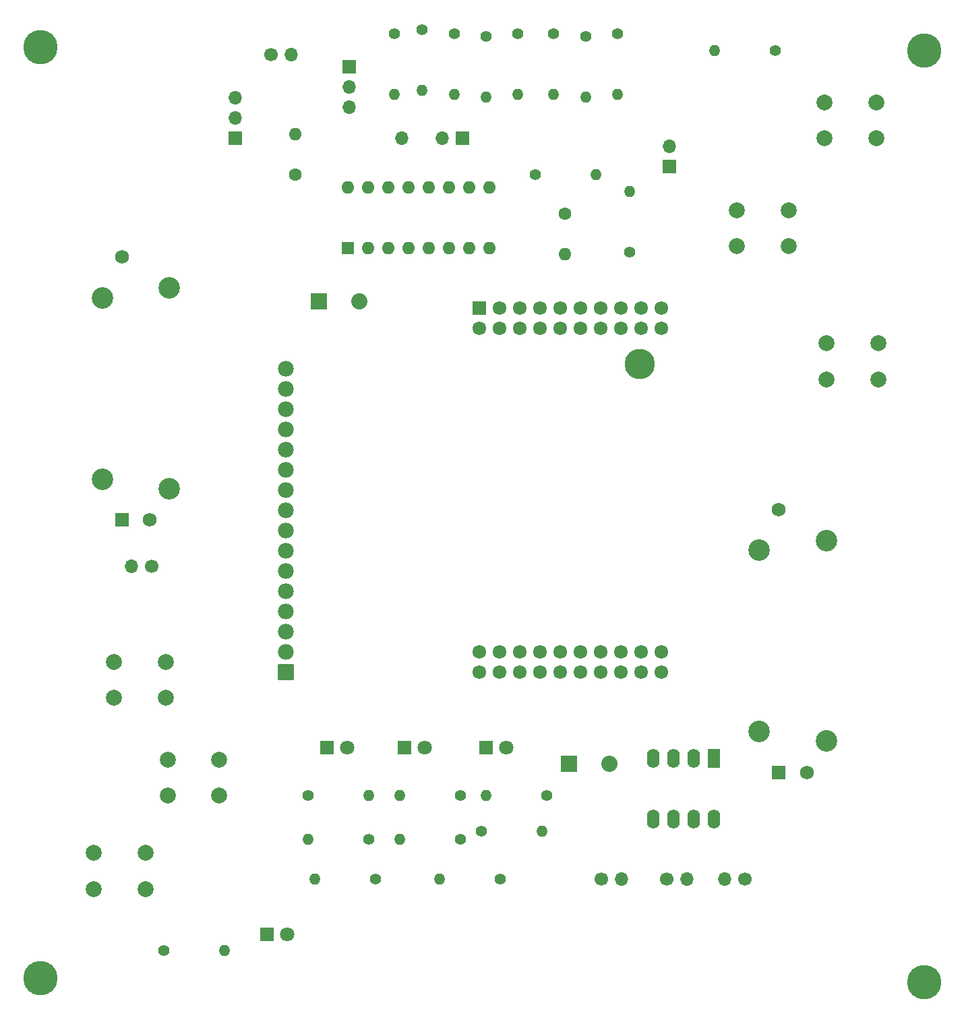
<source format=gts>
G04 #@! TF.GenerationSoftware,KiCad,Pcbnew,9.0.1*
G04 #@! TF.CreationDate,2025-04-14T15:22:14-05:00*
G04 #@! TF.ProjectId,cjm6842,636a6d36-3834-4322-9e6b-696361645f70,v1.0.1*
G04 #@! TF.SameCoordinates,Original*
G04 #@! TF.FileFunction,Soldermask,Top*
G04 #@! TF.FilePolarity,Negative*
%FSLAX46Y46*%
G04 Gerber Fmt 4.6, Leading zero omitted, Abs format (unit mm)*
G04 Created by KiCad (PCBNEW 9.0.1) date 2025-04-14 15:22:14*
%MOMM*%
%LPD*%
G01*
G04 APERTURE LIST*
G04 Aperture macros list*
%AMRoundRect*
0 Rectangle with rounded corners*
0 $1 Rounding radius*
0 $2 $3 $4 $5 $6 $7 $8 $9 X,Y pos of 4 corners*
0 Add a 4 corners polygon primitive as box body*
4,1,4,$2,$3,$4,$5,$6,$7,$8,$9,$2,$3,0*
0 Add four circle primitives for the rounded corners*
1,1,$1+$1,$2,$3*
1,1,$1+$1,$4,$5*
1,1,$1+$1,$6,$7*
1,1,$1+$1,$8,$9*
0 Add four rect primitives between the rounded corners*
20,1,$1+$1,$2,$3,$4,$5,0*
20,1,$1+$1,$4,$5,$6,$7,0*
20,1,$1+$1,$6,$7,$8,$9,0*
20,1,$1+$1,$8,$9,$2,$3,0*%
G04 Aperture macros list end*
%ADD10C,2.000000*%
%ADD11C,2.700000*%
%ADD12R,1.750000X1.750000*%
%ADD13C,1.750000*%
%ADD14C,1.400000*%
%ADD15O,1.400000X1.400000*%
%ADD16C,1.700000*%
%ADD17O,1.700000X1.700000*%
%ADD18O,1.600000X1.600000*%
%ADD19C,1.600000*%
%ADD20C,1.800000*%
%ADD21R,1.800000X1.800000*%
%ADD22R,1.700000X1.700000*%
%ADD23R,1.600000X2.400000*%
%ADD24O,1.600000X2.400000*%
%ADD25R,1.600000X1.600000*%
%ADD26C,4.318000*%
%ADD27R,2.032000X2.032000*%
%ADD28C,2.032000*%
%ADD29C,3.810000*%
%ADD30RoundRect,0.102000X0.889000X0.889000X-0.889000X0.889000X-0.889000X-0.889000X0.889000X-0.889000X0*%
%ADD31C,1.982000*%
%ADD32C,1.724000*%
%ADD33RoundRect,0.102000X-0.760000X0.760000X-0.760000X-0.760000X0.760000X-0.760000X0.760000X0.760000X0*%
G04 APERTURE END LIST*
D10*
X115250000Y-120250000D03*
X108750000Y-120250000D03*
X115250000Y-115750000D03*
X108750000Y-115750000D03*
X204750000Y-80250000D03*
X198250000Y-80250000D03*
X204750000Y-75750000D03*
X198250000Y-75750000D03*
X198000000Y-45500000D03*
X204500000Y-45500000D03*
X198000000Y-50000000D03*
X204500000Y-50000000D03*
X112750000Y-144250000D03*
X106250000Y-144250000D03*
X112750000Y-139750000D03*
X106250000Y-139750000D03*
D11*
X115700000Y-93995000D03*
X107300000Y-92795000D03*
X107300000Y-69995000D03*
X115700000Y-68795000D03*
D12*
X109750000Y-97895000D03*
D13*
X113250000Y-97895000D03*
X109750000Y-64895000D03*
D14*
X191810000Y-39000000D03*
D15*
X184190000Y-39000000D03*
D14*
X115000000Y-152000000D03*
D15*
X122620000Y-152000000D03*
D16*
X113500000Y-103725000D03*
D17*
X110960000Y-103725000D03*
D14*
X157310000Y-143000000D03*
D15*
X149690000Y-143000000D03*
D14*
X141620000Y-143000000D03*
D15*
X134000000Y-143000000D03*
D14*
X152310000Y-138000000D03*
D15*
X144690000Y-138000000D03*
D14*
X140810000Y-138000000D03*
D15*
X133190000Y-138000000D03*
D14*
X154880000Y-137000000D03*
D15*
X162500000Y-137000000D03*
D13*
X192282500Y-96600000D03*
X195782500Y-129600000D03*
D12*
X192282500Y-129600000D03*
D11*
X198232500Y-100500000D03*
X189832500Y-101700000D03*
X189832500Y-124500000D03*
X198232500Y-125700000D03*
D15*
X164000000Y-44500000D03*
D14*
X164000000Y-36880000D03*
D15*
X172000000Y-44500000D03*
D14*
X172000000Y-36880000D03*
D15*
X151500000Y-44500000D03*
D14*
X151500000Y-36880000D03*
D15*
X144000000Y-44500000D03*
D14*
X144000000Y-36880000D03*
D15*
X147500000Y-44000000D03*
D14*
X147500000Y-36380000D03*
D15*
X159500000Y-44500000D03*
D14*
X159500000Y-36880000D03*
D15*
X155500000Y-44810000D03*
D14*
X155500000Y-37190000D03*
D18*
X131565000Y-49476250D03*
D19*
X131565000Y-54556250D03*
D18*
X165435000Y-64523750D03*
D19*
X165435000Y-59443750D03*
D15*
X173500000Y-56690000D03*
D14*
X173500000Y-64310000D03*
D20*
X130540000Y-150000000D03*
D21*
X128000000Y-150000000D03*
D15*
X169310000Y-54500000D03*
D14*
X161690000Y-54500000D03*
D17*
X178500000Y-50960000D03*
D22*
X178500000Y-53500000D03*
D17*
X138275000Y-46040000D03*
X138275000Y-43500000D03*
D22*
X138275000Y-40960000D03*
D16*
X169960000Y-143000000D03*
D17*
X172500000Y-143000000D03*
D22*
X124000000Y-50000000D03*
D17*
X124000000Y-47460000D03*
X124000000Y-44920000D03*
D23*
X184120000Y-127880000D03*
D24*
X181580000Y-127880000D03*
X179040000Y-127880000D03*
X176500000Y-127880000D03*
X176500000Y-135500000D03*
X179040000Y-135500000D03*
X181580000Y-135500000D03*
X184120000Y-135500000D03*
D10*
X187000000Y-59000000D03*
X193500000Y-59000000D03*
X187000000Y-63500000D03*
X193500000Y-63500000D03*
D14*
X168000000Y-37190000D03*
D15*
X168000000Y-44810000D03*
D14*
X133190000Y-132500000D03*
D15*
X140810000Y-132500000D03*
D16*
X128500000Y-39500000D03*
D17*
X131040000Y-39500000D03*
D22*
X152540000Y-50000000D03*
D17*
X150000000Y-50000000D03*
X144920000Y-50000000D03*
D25*
X138125000Y-63800000D03*
D18*
X140665000Y-63800000D03*
X143205000Y-63800000D03*
X145745000Y-63800000D03*
X148285000Y-63800000D03*
X150825000Y-63800000D03*
X153365000Y-63800000D03*
X155905000Y-63800000D03*
X155905000Y-56180000D03*
X153365000Y-56180000D03*
X150825000Y-56180000D03*
X148285000Y-56180000D03*
X145745000Y-56180000D03*
X143205000Y-56180000D03*
X140665000Y-56180000D03*
X138125000Y-56180000D03*
D16*
X178225000Y-143000000D03*
D17*
X180765000Y-143000000D03*
D26*
X210500000Y-156000000D03*
X210500000Y-39000000D03*
X99500000Y-38500000D03*
X99500000Y-155500000D03*
D27*
X165920000Y-128500000D03*
D28*
X171000000Y-128500000D03*
D16*
X188000000Y-143000000D03*
D17*
X185460000Y-143000000D03*
D21*
X155500000Y-126500000D03*
D20*
X158040000Y-126500000D03*
D27*
X134500000Y-70500000D03*
D28*
X139580000Y-70500000D03*
D14*
X163120000Y-132500000D03*
D15*
X155500000Y-132500000D03*
D14*
X152310000Y-132500000D03*
D15*
X144690000Y-132500000D03*
D10*
X115500000Y-128000000D03*
X122000000Y-128000000D03*
X115500000Y-132500000D03*
X122000000Y-132500000D03*
D21*
X135500000Y-126500000D03*
D20*
X138040000Y-126500000D03*
D21*
X145225000Y-126500000D03*
D20*
X147765000Y-126500000D03*
D29*
X174820000Y-78315000D03*
D30*
X130370000Y-117050000D03*
D31*
X130370000Y-114510000D03*
X130370000Y-111970000D03*
X130370000Y-109430000D03*
X130370000Y-106890000D03*
X130370000Y-104350000D03*
X130370000Y-101810000D03*
X130370000Y-99270000D03*
X130370000Y-96730000D03*
X130370000Y-94190000D03*
X130370000Y-91650000D03*
X130370000Y-89110000D03*
X130370000Y-86570000D03*
X130370000Y-84030000D03*
X130370000Y-81490000D03*
X130370000Y-78950000D03*
D32*
X177500000Y-114500000D03*
X174960000Y-114500000D03*
X172420000Y-114500000D03*
X169880000Y-114500000D03*
X167340000Y-114500000D03*
X164800000Y-114500000D03*
X162260000Y-114500000D03*
X159720000Y-114500000D03*
X157180000Y-114500000D03*
X154640000Y-114500000D03*
X177500000Y-73860000D03*
X174960000Y-73860000D03*
X172420000Y-73860000D03*
X169880000Y-73860000D03*
X167340000Y-73860000D03*
X164800000Y-73860000D03*
X162260000Y-73860000D03*
X159720000Y-73860000D03*
X157180000Y-73860000D03*
X154640000Y-73860000D03*
X177500000Y-117040000D03*
X174960000Y-117040000D03*
X172420000Y-117040000D03*
X169880000Y-117040000D03*
X167340000Y-117040000D03*
X164800000Y-117040000D03*
X162260000Y-117040000D03*
X159720000Y-117040000D03*
X157180000Y-117040000D03*
X154640000Y-117040000D03*
X177500000Y-71320000D03*
X174960000Y-71320000D03*
X172420000Y-71320000D03*
X169880000Y-71320000D03*
X167340000Y-71320000D03*
X164800000Y-71320000D03*
X162260000Y-71320000D03*
X159720000Y-71320000D03*
X157180000Y-71320000D03*
D33*
X154640000Y-71320000D03*
M02*

</source>
